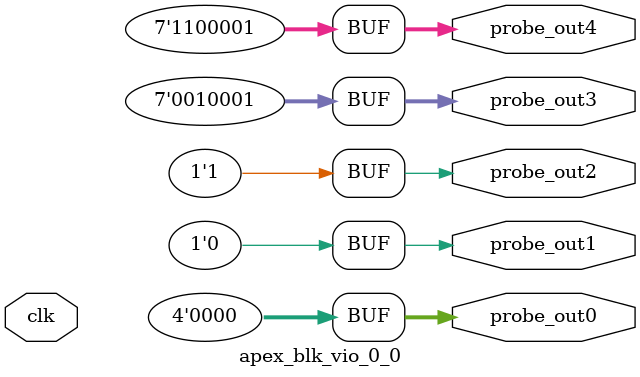
<source format=v>
`timescale 1ns / 1ps
module apex_blk_vio_0_0 (
clk,

probe_out0,
probe_out1,
probe_out2,
probe_out3,
probe_out4
);

input clk;

output reg [3 : 0] probe_out0 = 'h0 ;
output reg [0 : 0] probe_out1 = 'h0 ;
output reg [0 : 0] probe_out2 = 'h1 ;
output reg [6 : 0] probe_out3 = 'h11 ;
output reg [6 : 0] probe_out4 = 'h61 ;


endmodule

</source>
